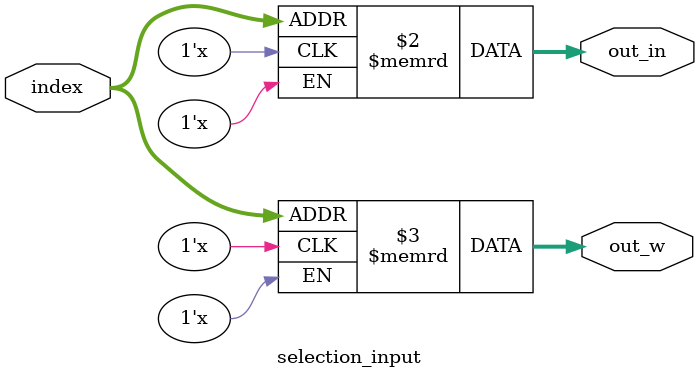
<source format=v>
`timescale 1ns / 1ps

module selection_input #(parameter N = 16) (index, out_in, out_w);
	input [15:0] index;
	output reg [7:0] out_in, out_w;

    reg [7:0] in_vec [0:2 ** N - 1];
    reg [7:0] w_vec [0:2 ** N - 1];
	
    always @(index)begin
        out_in = in_vec[index];
        out_w = w_vec[index];
		$display("@%t: out_in=%d, out_w=%d", $time, out_in, out_w);
    end

endmodule

</source>
